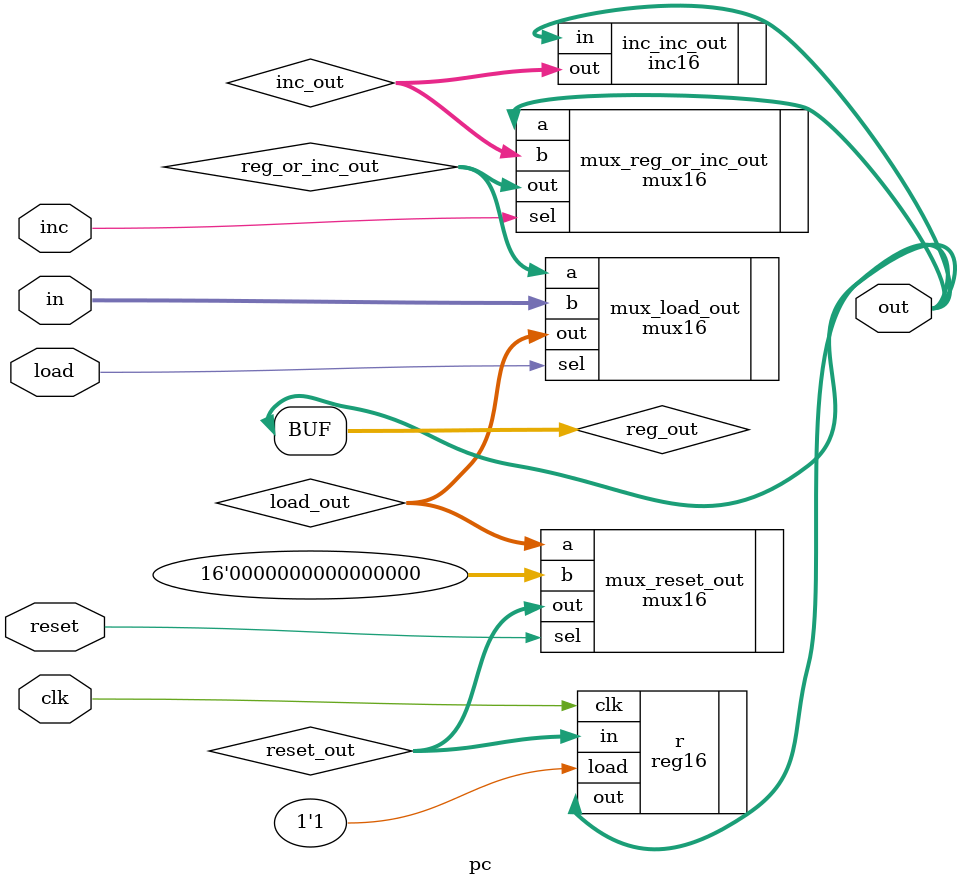
<source format=v>
`default_nettype none

module pc(
    input wire clk,
    input wire[15:0] in,
    input wire inc,
    input wire load,
    input wire reset,
    output wire[15:0] out
);
    wire[15:0] reg_out, inc_out, reg_or_inc_out, load_out, reset_out;

    inc16 inc_inc_out(
        .in(reg_out),
        .out(inc_out)
    );

    mux16 mux_reg_or_inc_out(
        .a(reg_out),
        .b(inc_out),
        .sel(inc),
        .out(reg_or_inc_out)
    );

    mux16 mux_load_out(
        .a(reg_or_inc_out),
        .b(in),
        .sel(load),
        .out(load_out)
    );

    mux16 mux_reset_out(
        .a(load_out),
        .b(16'b0),
        .sel(reset),
        .out(reset_out)
    );

    reg16 r(
        .clk(clk),
        .in(reset_out),
        .load(1'b1),
        .out(out)
    );

    assign reg_out = out;
endmodule

`default_nettype wire

</source>
